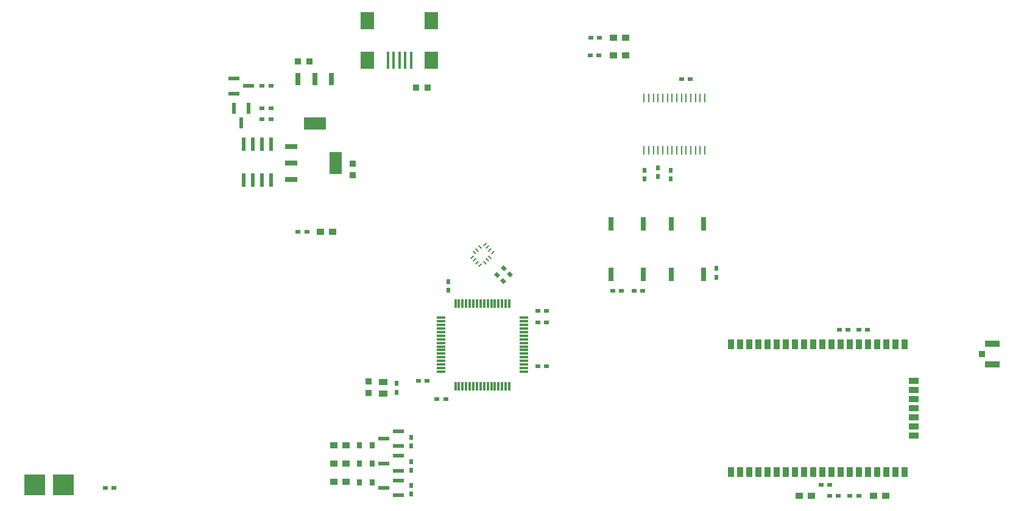
<source format=gbr>
%TF.GenerationSoftware,Altium Limited,Altium NEXUS,2.1.9 (83)*%
G04 Layer_Color=8421504*
%FSLAX44Y44*%
%MOMM*%
%TF.FileFunction,Paste,Top*%
%TF.Part,Single*%
G01*
G75*
%TA.AperFunction,SMDPad,CuDef*%
%ADD11R,1.2000X0.3000*%
%ADD12R,0.3000X1.2000*%
%ADD21R,0.6100X1.6100*%
%ADD22R,1.6100X0.6100*%
%ADD94R,2.9000X2.9000*%
%ADD96R,0.8000X0.9000*%
%ADD97R,0.7000X0.6000*%
%ADD98R,0.6000X0.7000*%
%ADD99R,1.2000X0.9000*%
%ADD100R,0.9000X0.9000*%
%ADD101R,0.7000X0.5000*%
%ADD102R,0.5000X0.7000*%
G04:AMPARAMS|DCode=103|XSize=1.87mm|YSize=0.5mm|CornerRadius=0.025mm|HoleSize=0mm|Usage=FLASHONLY|Rotation=270.000|XOffset=0mm|YOffset=0mm|HoleType=Round|Shape=RoundedRectangle|*
%AMROUNDEDRECTD103*
21,1,1.8700,0.4500,0,0,270.0*
21,1,1.8200,0.5000,0,0,270.0*
1,1,0.0500,-0.2250,-0.9100*
1,1,0.0500,-0.2250,0.9100*
1,1,0.0500,0.2250,0.9100*
1,1,0.0500,0.2250,-0.9100*
%
%ADD103ROUNDEDRECTD103*%
%ADD104R,1.4240X0.9160*%
%ADD105R,0.9160X1.4240*%
%ADD106R,0.9500X0.9000*%
%ADD107R,2.1000X0.9500*%
%ADD108R,1.0000X0.9000*%
%ADD109R,0.7000X1.9000*%
%ADD110R,0.2480X1.2970*%
G04:AMPARAMS|DCode=111|XSize=0.575mm|YSize=0.15mm|CornerRadius=0mm|HoleSize=0mm|Usage=FLASHONLY|Rotation=45.000|XOffset=0mm|YOffset=0mm|HoleType=Round|Shape=Rectangle|*
%AMROTATEDRECTD111*
4,1,4,-0.1503,-0.2563,-0.2563,-0.1503,0.1503,0.2563,0.2563,0.1503,-0.1503,-0.2563,0.0*
%
%ADD111ROTATEDRECTD111*%

G04:AMPARAMS|DCode=112|XSize=0.575mm|YSize=0.15mm|CornerRadius=0mm|HoleSize=0mm|Usage=FLASHONLY|Rotation=135.000|XOffset=0mm|YOffset=0mm|HoleType=Round|Shape=Rectangle|*
%AMROTATEDRECTD112*
4,1,4,0.2563,-0.1503,0.1503,-0.2563,-0.2563,0.1503,-0.1503,0.2563,0.2563,-0.1503,0.0*
%
%ADD112ROTATEDRECTD112*%

G04:AMPARAMS|DCode=113|XSize=0.5mm|YSize=0.7mm|CornerRadius=0mm|HoleSize=0mm|Usage=FLASHONLY|Rotation=225.000|XOffset=0mm|YOffset=0mm|HoleType=Round|Shape=Rectangle|*
%AMROTATEDRECTD113*
4,1,4,-0.0707,0.4243,0.4243,-0.0707,0.0707,-0.4243,-0.4243,0.0707,-0.0707,0.4243,0.0*
%
%ADD113ROTATEDRECTD113*%

%ADD114R,0.9000X0.9000*%
%ADD115R,1.7600X0.8000*%
%ADD116R,1.7600X3.0900*%
%ADD117R,0.8000X1.7600*%
%ADD118R,3.0900X1.7600*%
%ADD119R,0.4000X2.4000*%
%ADD120R,1.9000X2.4000*%
D11*
X692500Y187500D02*
D03*
Y192500D02*
D03*
Y197500D02*
D03*
Y202500D02*
D03*
Y207500D02*
D03*
Y212500D02*
D03*
Y217500D02*
D03*
Y222500D02*
D03*
Y227500D02*
D03*
Y232500D02*
D03*
Y237500D02*
D03*
Y242500D02*
D03*
Y247500D02*
D03*
Y252500D02*
D03*
Y257500D02*
D03*
Y262500D02*
D03*
X807500D02*
D03*
Y257500D02*
D03*
Y252500D02*
D03*
Y247500D02*
D03*
Y242500D02*
D03*
Y237500D02*
D03*
Y232500D02*
D03*
Y227500D02*
D03*
Y222500D02*
D03*
Y217500D02*
D03*
Y212500D02*
D03*
Y207500D02*
D03*
Y202500D02*
D03*
Y197500D02*
D03*
Y192500D02*
D03*
Y187500D02*
D03*
D12*
X712500Y282500D02*
D03*
X717500D02*
D03*
X722500D02*
D03*
X727500D02*
D03*
X732500D02*
D03*
X737500D02*
D03*
X742500D02*
D03*
X747500D02*
D03*
X752500D02*
D03*
X757500D02*
D03*
X762500D02*
D03*
X767500D02*
D03*
X772500D02*
D03*
X777500D02*
D03*
X782500D02*
D03*
X787500D02*
D03*
Y167500D02*
D03*
X782500D02*
D03*
X777500D02*
D03*
X772500D02*
D03*
X767500D02*
D03*
X762500D02*
D03*
X757500D02*
D03*
X752500D02*
D03*
X747500D02*
D03*
X742500D02*
D03*
X737500D02*
D03*
X732500D02*
D03*
X727500D02*
D03*
X722500D02*
D03*
X717500D02*
D03*
X712500D02*
D03*
D21*
X425250Y553950D02*
D03*
X404750D02*
D03*
X415000Y534050D02*
D03*
D22*
X405050Y595250D02*
D03*
Y574750D02*
D03*
X424950Y585000D02*
D03*
X632950Y83750D02*
D03*
Y104250D02*
D03*
X613050Y94000D02*
D03*
X632950Y49750D02*
D03*
Y70250D02*
D03*
X613050Y60000D02*
D03*
X632950Y15750D02*
D03*
Y36250D02*
D03*
X613050Y26000D02*
D03*
D94*
X168000Y30000D02*
D03*
X128000D02*
D03*
D96*
X596500Y85000D02*
D03*
X579500D02*
D03*
Y60000D02*
D03*
X596500D02*
D03*
Y33000D02*
D03*
X579500D02*
D03*
D97*
X1233000Y15000D02*
D03*
X1245000D02*
D03*
X1273000Y15000D02*
D03*
X1261000D02*
D03*
X901000Y652000D02*
D03*
X913000D02*
D03*
X900000Y628000D02*
D03*
X912000D02*
D03*
X444000Y539000D02*
D03*
X456000D02*
D03*
X444000Y554000D02*
D03*
X456000D02*
D03*
X444000Y585000D02*
D03*
X456000D02*
D03*
X1273000Y246000D02*
D03*
X1285000D02*
D03*
X973000Y300000D02*
D03*
X961000D02*
D03*
X506000Y382000D02*
D03*
X494000D02*
D03*
D98*
X975000Y468000D02*
D03*
Y456000D02*
D03*
X1012000Y468000D02*
D03*
Y456000D02*
D03*
X651000Y96000D02*
D03*
Y84000D02*
D03*
Y62000D02*
D03*
Y50000D02*
D03*
Y29000D02*
D03*
Y17000D02*
D03*
D99*
X612000Y157000D02*
D03*
Y173000D02*
D03*
D100*
X658000Y583000D02*
D03*
X674000D02*
D03*
X494000Y619000D02*
D03*
X510000D02*
D03*
D101*
X1246000Y246000D02*
D03*
X1258000D02*
D03*
X1221000Y30000D02*
D03*
X1233000D02*
D03*
X1039000Y595000D02*
D03*
X1027000D02*
D03*
X238000Y26000D02*
D03*
X226000D02*
D03*
X827000Y256000D02*
D03*
X839000D02*
D03*
X931000Y300000D02*
D03*
X943000D02*
D03*
X661000Y175000D02*
D03*
X673000D02*
D03*
X839000Y272000D02*
D03*
X827000D02*
D03*
X839000Y195000D02*
D03*
X827000D02*
D03*
X687000Y149000D02*
D03*
X699000D02*
D03*
D102*
X994000Y459000D02*
D03*
Y471000D02*
D03*
X1075000Y331000D02*
D03*
Y319000D02*
D03*
X631000Y159000D02*
D03*
Y171000D02*
D03*
X703000Y313000D02*
D03*
Y301000D02*
D03*
D103*
X456050Y503750D02*
D03*
X443350D02*
D03*
X430650D02*
D03*
X417950D02*
D03*
Y454250D02*
D03*
X430650D02*
D03*
X443350D02*
D03*
X456050D02*
D03*
D104*
X1349350Y98900D02*
D03*
Y111600D02*
D03*
Y124300D02*
D03*
Y137000D02*
D03*
Y149700D02*
D03*
Y162400D02*
D03*
Y175100D02*
D03*
D105*
X1336650Y225900D02*
D03*
X1323950D02*
D03*
X1311250D02*
D03*
X1298550D02*
D03*
X1285850D02*
D03*
X1273150D02*
D03*
X1260450D02*
D03*
X1247750D02*
D03*
X1235050D02*
D03*
X1222350D02*
D03*
X1209650D02*
D03*
X1196950D02*
D03*
X1184250D02*
D03*
X1171550D02*
D03*
X1158850D02*
D03*
X1146150D02*
D03*
X1133450D02*
D03*
X1120750D02*
D03*
X1108050D02*
D03*
X1095350D02*
D03*
Y48100D02*
D03*
X1108050D02*
D03*
X1120750D02*
D03*
X1133450D02*
D03*
X1146150D02*
D03*
X1158850D02*
D03*
X1171550D02*
D03*
X1184250D02*
D03*
X1196950D02*
D03*
X1209650D02*
D03*
X1222350D02*
D03*
X1235050D02*
D03*
X1247750D02*
D03*
X1260450D02*
D03*
X1273150D02*
D03*
X1285850D02*
D03*
X1298550D02*
D03*
X1311250D02*
D03*
X1323950D02*
D03*
X1336650D02*
D03*
D106*
X1444000Y212000D02*
D03*
D107*
X1459000Y197250D02*
D03*
Y226750D02*
D03*
D108*
X543500Y85000D02*
D03*
X560500D02*
D03*
X543500Y60000D02*
D03*
X560500D02*
D03*
X543500Y34000D02*
D03*
X560500D02*
D03*
X932500Y652000D02*
D03*
X949500D02*
D03*
X932500Y628000D02*
D03*
X949500D02*
D03*
X1207500Y15000D02*
D03*
X1190500D02*
D03*
X1293500D02*
D03*
X1310500D02*
D03*
X525000Y382000D02*
D03*
X542000D02*
D03*
D109*
X1057347Y392946D02*
D03*
X1012347D02*
D03*
Y322946D02*
D03*
X1057347D02*
D03*
X928648Y323052D02*
D03*
X973648D02*
D03*
Y393052D02*
D03*
X928648D02*
D03*
D110*
X974750Y568560D02*
D03*
X981250D02*
D03*
X987750D02*
D03*
X994250D02*
D03*
X1000750D02*
D03*
X1007250D02*
D03*
X1013750D02*
D03*
X1026750D02*
D03*
X1020250D02*
D03*
X1033250D02*
D03*
X1039750D02*
D03*
X1046250D02*
D03*
X1052750D02*
D03*
X1059250D02*
D03*
X974750Y495440D02*
D03*
X981250D02*
D03*
X987750D02*
D03*
X994250D02*
D03*
X1000750D02*
D03*
X1007250D02*
D03*
X1013750D02*
D03*
X1020250D02*
D03*
X1026750D02*
D03*
X1033250D02*
D03*
X1039750D02*
D03*
X1046250D02*
D03*
X1052750D02*
D03*
X1059250D02*
D03*
D111*
X739305Y342841D02*
D03*
X735770Y346376D02*
D03*
X742841Y339305D02*
D03*
X746376Y335770D02*
D03*
X753624Y364230D02*
D03*
X757159Y360695D02*
D03*
X760695Y357160D02*
D03*
X764230Y353624D02*
D03*
D112*
X739305D02*
D03*
X742841Y357160D02*
D03*
X746376Y360695D02*
D03*
X753624Y339305D02*
D03*
X757159Y342841D02*
D03*
X760695Y346376D02*
D03*
D113*
X788485Y322515D02*
D03*
X780000Y331000D02*
D03*
X779243Y313757D02*
D03*
X770757Y322243D02*
D03*
D114*
X592000Y158000D02*
D03*
Y174000D02*
D03*
X570000Y477000D02*
D03*
Y461000D02*
D03*
D115*
X484250Y501000D02*
D03*
Y478000D02*
D03*
Y455000D02*
D03*
D116*
X545750Y478000D02*
D03*
D117*
X540000Y594750D02*
D03*
X517000D02*
D03*
X494000D02*
D03*
D118*
X517000Y533250D02*
D03*
D119*
X650798Y621300D02*
D03*
X642797D02*
D03*
X634798D02*
D03*
X626797D02*
D03*
X618797D02*
D03*
D120*
X679398D02*
D03*
X590197D02*
D03*
X679398Y676100D02*
D03*
X590197D02*
D03*
%TF.MD5,b2b47c1c0499ed4e70e46c1bbe203e75*%
M02*

</source>
